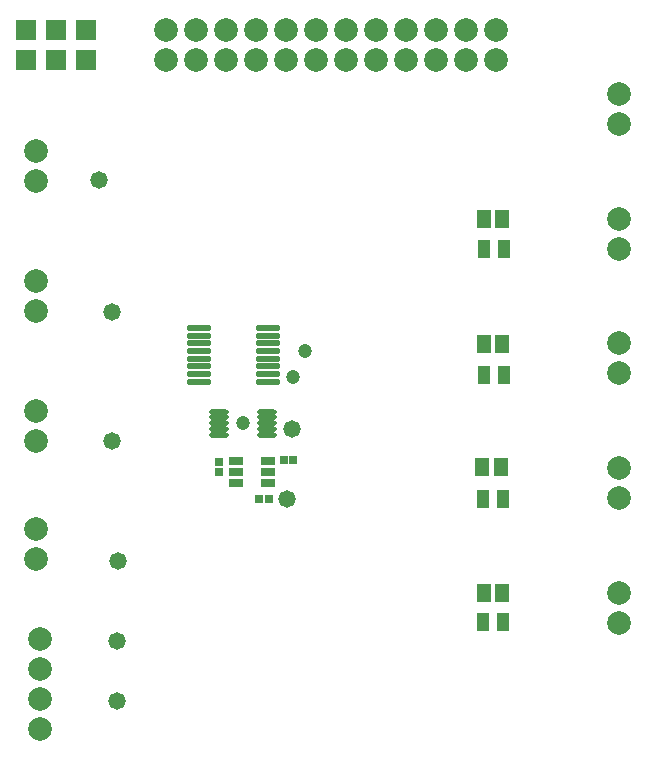
<source format=gbr>
G04 Layer_Color=8388736*
%FSLAX26Y26*%
%MOIN*%
%TF.FileFunction,Soldermask,Top*%
%TF.Part,Single*%
G01*
G75*
%TA.AperFunction,SMDPad,CuDef*%
%ADD36O,0.065087X0.017843*%
%ADD37O,0.080835X0.021779*%
%ADD38R,0.041465X0.059181*%
%ADD39R,0.045402X0.061150*%
%ADD40R,0.028472X0.028472*%
%ADD41R,0.047370X0.031622*%
%ADD42R,0.028472X0.028472*%
%TA.AperFunction,ComponentPad*%
%ADD43R,0.068000X0.068000*%
%ADD44C,0.078866*%
%TA.AperFunction,ViaPad*%
%ADD45C,0.058000*%
%ADD46C,0.047370*%
D36*
X926181Y1149606D02*
D03*
Y1169291D02*
D03*
Y1188976D02*
D03*
Y1208661D02*
D03*
Y1228347D02*
D03*
X766732Y1149606D02*
D03*
Y1169291D02*
D03*
Y1188976D02*
D03*
Y1208661D02*
D03*
Y1228347D02*
D03*
D37*
X930118Y1327756D02*
D03*
Y1353346D02*
D03*
Y1378937D02*
D03*
Y1404527D02*
D03*
Y1430118D02*
D03*
Y1455709D02*
D03*
Y1481299D02*
D03*
Y1506890D02*
D03*
X699803Y1327756D02*
D03*
Y1353346D02*
D03*
Y1378937D02*
D03*
Y1404527D02*
D03*
Y1430118D02*
D03*
Y1455709D02*
D03*
Y1481299D02*
D03*
Y1506890D02*
D03*
D38*
X1647638Y527559D02*
D03*
X1714567D02*
D03*
X1714567Y937008D02*
D03*
X1647638D02*
D03*
X1651575Y1771653D02*
D03*
X1718504D02*
D03*
X1718504Y1350394D02*
D03*
X1651575D02*
D03*
D39*
X1649606Y1870079D02*
D03*
X1712598D02*
D03*
X1645669Y1043307D02*
D03*
X1708661D02*
D03*
X1649606Y622047D02*
D03*
X1712598D02*
D03*
X1649606Y1452756D02*
D03*
X1712598D02*
D03*
D40*
X1015748Y1066929D02*
D03*
X984252D02*
D03*
X933071Y937008D02*
D03*
X901575D02*
D03*
D41*
X823819Y1064961D02*
D03*
Y1027559D02*
D03*
Y990158D02*
D03*
X932087D02*
D03*
Y1027559D02*
D03*
Y1064961D02*
D03*
D42*
X767717Y1059055D02*
D03*
Y1027559D02*
D03*
D43*
X123032Y2501575D02*
D03*
X223032D02*
D03*
X323032D02*
D03*
Y2401575D02*
D03*
X223032D02*
D03*
X123032D02*
D03*
D44*
X1590551D02*
D03*
Y2501575D02*
D03*
X1490551D02*
D03*
X1390551D02*
D03*
X1290551D02*
D03*
X1190551D02*
D03*
X1090551D02*
D03*
X990551D02*
D03*
X890551D02*
D03*
X790551D02*
D03*
X690551D02*
D03*
X590551D02*
D03*
X1490551Y2401575D02*
D03*
X1390551D02*
D03*
X1290551D02*
D03*
X1190551D02*
D03*
X1090551D02*
D03*
X990551D02*
D03*
X890551D02*
D03*
X790551D02*
D03*
X690551D02*
D03*
X590551D02*
D03*
X1690551Y2501575D02*
D03*
Y2401575D02*
D03*
X157480Y2097244D02*
D03*
Y1997244D02*
D03*
X2101063Y1871898D02*
D03*
Y1771898D02*
D03*
Y523150D02*
D03*
Y623150D02*
D03*
Y2288148D02*
D03*
Y2188148D02*
D03*
X157480Y1664173D02*
D03*
Y1564173D02*
D03*
X2101063Y1039399D02*
D03*
Y939399D02*
D03*
X157480Y1231102D02*
D03*
Y1131102D02*
D03*
Y737402D02*
D03*
Y837402D02*
D03*
X2101063Y1355649D02*
D03*
Y1455649D02*
D03*
X170000Y170000D02*
D03*
Y270000D02*
D03*
Y370000D02*
D03*
Y470000D02*
D03*
D45*
X409449Y1559055D02*
D03*
X366142Y2000000D02*
D03*
X996000Y937000D02*
D03*
X1010000Y1171000D02*
D03*
X409449Y1129921D02*
D03*
X431103Y730315D02*
D03*
X429134Y464567D02*
D03*
Y263779D02*
D03*
D46*
X847000Y1189000D02*
D03*
X1056000Y1429000D02*
D03*
X1015748Y1342520D02*
D03*
%TF.MD5,86ca47cc957f6f77e4d7d7335cb4e53d*%
M02*

</source>
